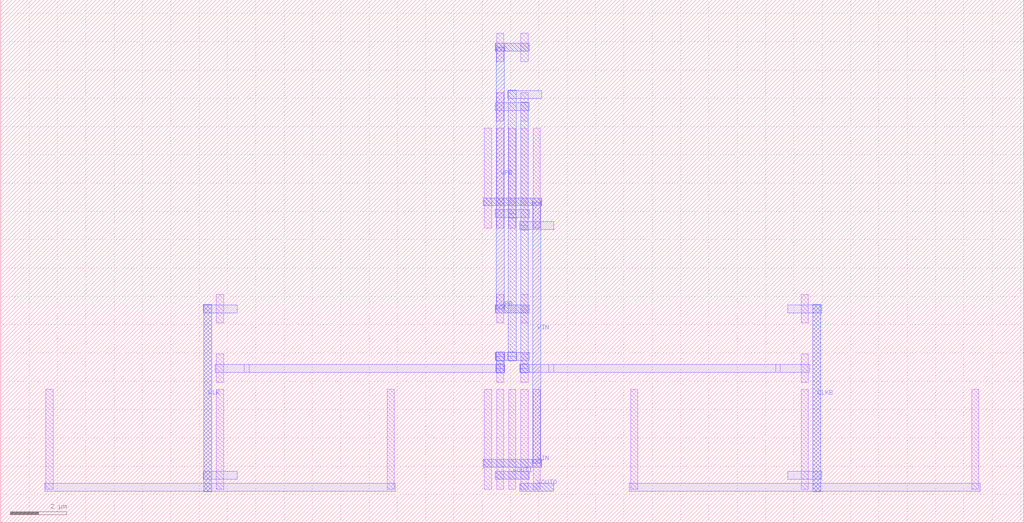
<source format=lef>
MACRO DCDC_XSW_PMOS
  ORIGIN 0 0 ;
  FOREIGN DCDC_XSW_PMOS 0 0 ;
  SIZE 36.12 BY 18.48 ;
  PIN VPB
    DIRECTION INOUT ;
    USE SIGNAL ;
    PORT 
      LAYER M2 ;
        RECT 17.46 16.66 18.66 16.94 ;
      LAYER M2 ;
        RECT 17.46 7.42 18.66 7.7 ;
      LAYER M2 ;
        RECT 17.47 16.66 17.79 16.94 ;
      LAYER M3 ;
        RECT 17.49 7.56 17.77 16.8 ;
      LAYER M2 ;
        RECT 17.47 7.42 17.79 7.7 ;
    END
  END VPB
  PIN VIN
    DIRECTION INOUT ;
    USE SIGNAL ;
    PORT 
      LAYER M2 ;
        RECT 17.03 11.2 19.09 11.48 ;
      LAYER M2 ;
        RECT 17.03 1.96 19.09 2.24 ;
      LAYER M2 ;
        RECT 18.76 11.2 19.08 11.48 ;
      LAYER M3 ;
        RECT 18.78 2.1 19.06 11.34 ;
      LAYER M2 ;
        RECT 18.76 1.96 19.08 2.24 ;
    END
  END VIN
  PIN VOUT0
    DIRECTION INOUT ;
    USE SIGNAL ;
    PORT 
      LAYER M2 ;
        RECT 18.32 1.12 19.52 1.4 ;
    END
  END VOUT0
  PIN VOUT1
    DIRECTION INOUT ;
    USE SIGNAL ;
    PORT 
      LAYER M2 ;
        RECT 17.46 1.54 18.66 1.82 ;
    END
  END VOUT1
  PIN CLKB
    DIRECTION INOUT ;
    USE SIGNAL ;
    PORT 
      LAYER M3 ;
        RECT 28.67 1.1 28.95 7.72 ;
    END
  END CLKB
  PIN CLK
    DIRECTION INOUT ;
    USE SIGNAL ;
    PORT 
      LAYER M3 ;
        RECT 7.17 1.1 7.45 7.72 ;
    END
  END CLK
  OBS 
  LAYER M3 ;
        RECT 18.35 10.34 18.63 14.86 ;
  LAYER M2 ;
        RECT 18.32 5.32 19.52 5.6 ;
  LAYER M2 ;
        RECT 27.35 5.32 28.55 5.6 ;
  LAYER M3 ;
        RECT 18.35 5.46 18.63 10.5 ;
  LAYER M2 ;
        RECT 18.33 5.32 18.65 5.6 ;
  LAYER M2 ;
        RECT 19.35 5.32 27.52 5.6 ;
  LAYER M2 ;
        RECT 18.33 5.32 18.65 5.6 ;
  LAYER M3 ;
        RECT 18.35 5.3 18.63 5.62 ;
  LAYER M2 ;
        RECT 18.33 5.32 18.65 5.6 ;
  LAYER M3 ;
        RECT 18.35 5.3 18.63 5.62 ;
  LAYER M2 ;
        RECT 18.33 5.32 18.65 5.6 ;
  LAYER M3 ;
        RECT 18.35 5.3 18.63 5.62 ;
  LAYER M2 ;
        RECT 18.33 5.32 18.65 5.6 ;
  LAYER M3 ;
        RECT 18.35 5.3 18.63 5.62 ;
  LAYER M3 ;
        RECT 17.92 10.76 18.2 15.28 ;
  LAYER M2 ;
        RECT 17.46 5.74 18.66 6.02 ;
  LAYER M2 ;
        RECT 7.57 5.32 8.77 5.6 ;
  LAYER M3 ;
        RECT 17.92 5.88 18.2 10.92 ;
  LAYER M2 ;
        RECT 17.9 5.74 18.22 6.02 ;
  LAYER M2 ;
        RECT 17.47 5.74 17.79 6.02 ;
  LAYER M3 ;
        RECT 17.49 5.46 17.77 5.88 ;
  LAYER M2 ;
        RECT 8.6 5.32 17.63 5.6 ;
  LAYER M2 ;
        RECT 17.9 5.74 18.22 6.02 ;
  LAYER M3 ;
        RECT 17.92 5.72 18.2 6.04 ;
  LAYER M2 ;
        RECT 17.9 5.74 18.22 6.02 ;
  LAYER M3 ;
        RECT 17.92 5.72 18.2 6.04 ;
  LAYER M2 ;
        RECT 17.9 5.74 18.22 6.02 ;
  LAYER M3 ;
        RECT 17.92 5.72 18.2 6.04 ;
  LAYER M2 ;
        RECT 17.47 5.74 17.79 6.02 ;
  LAYER M3 ;
        RECT 17.49 5.72 17.77 6.04 ;
  LAYER M2 ;
        RECT 17.47 5.32 17.79 5.6 ;
  LAYER M3 ;
        RECT 17.49 5.3 17.77 5.62 ;
  LAYER M2 ;
        RECT 17.9 5.74 18.22 6.02 ;
  LAYER M3 ;
        RECT 17.92 5.72 18.2 6.04 ;
  LAYER M2 ;
        RECT 17.47 5.74 17.79 6.02 ;
  LAYER M3 ;
        RECT 17.49 5.72 17.77 6.04 ;
  LAYER M2 ;
        RECT 17.47 5.32 17.79 5.6 ;
  LAYER M3 ;
        RECT 17.49 5.3 17.77 5.62 ;
  LAYER M1 ;
        RECT 18.365 10.415 18.615 13.945 ;
  LAYER M1 ;
        RECT 18.365 14.195 18.615 15.205 ;
  LAYER M1 ;
        RECT 18.365 16.295 18.615 17.305 ;
  LAYER M1 ;
        RECT 18.795 10.415 19.045 13.945 ;
  LAYER M1 ;
        RECT 17.935 10.415 18.185 13.945 ;
  LAYER M1 ;
        RECT 17.505 10.415 17.755 13.945 ;
  LAYER M1 ;
        RECT 17.505 14.195 17.755 15.205 ;
  LAYER M1 ;
        RECT 17.505 16.295 17.755 17.305 ;
  LAYER M1 ;
        RECT 17.075 10.415 17.325 13.945 ;
  LAYER M2 ;
        RECT 17.46 14.56 18.66 14.84 ;
  LAYER M2 ;
        RECT 18.32 10.36 19.52 10.64 ;
  LAYER M2 ;
        RECT 17.89 14.98 19.09 15.26 ;
  LAYER M2 ;
        RECT 17.46 10.78 18.66 11.06 ;
  LAYER M2 ;
        RECT 17.46 16.66 18.66 16.94 ;
  LAYER M3 ;
        RECT 18.35 10.34 18.63 14.86 ;
  LAYER M3 ;
        RECT 17.92 10.76 18.2 15.28 ;
  LAYER M2 ;
        RECT 17.03 11.2 19.09 11.48 ;
  LAYER M1 ;
        RECT 18.365 1.175 18.615 4.705 ;
  LAYER M1 ;
        RECT 18.365 4.955 18.615 5.965 ;
  LAYER M1 ;
        RECT 18.365 7.055 18.615 8.065 ;
  LAYER M1 ;
        RECT 18.795 1.175 19.045 4.705 ;
  LAYER M1 ;
        RECT 17.935 1.175 18.185 4.705 ;
  LAYER M1 ;
        RECT 17.505 1.175 17.755 4.705 ;
  LAYER M1 ;
        RECT 17.505 4.955 17.755 5.965 ;
  LAYER M1 ;
        RECT 17.505 7.055 17.755 8.065 ;
  LAYER M1 ;
        RECT 17.075 1.175 17.325 4.705 ;
  LAYER M2 ;
        RECT 17.46 7.42 18.66 7.7 ;
  LAYER M2 ;
        RECT 18.32 1.12 19.52 1.4 ;
  LAYER M2 ;
        RECT 17.46 1.54 18.66 1.82 ;
  LAYER M2 ;
        RECT 18.32 5.32 19.52 5.6 ;
  LAYER M2 ;
        RECT 17.46 5.74 18.66 6.02 ;
  LAYER M2 ;
        RECT 17.03 1.96 19.09 2.24 ;
  LAYER M1 ;
        RECT 28.255 1.175 28.505 4.705 ;
  LAYER M1 ;
        RECT 28.255 4.955 28.505 5.965 ;
  LAYER M1 ;
        RECT 28.255 7.055 28.505 8.065 ;
  LAYER M1 ;
        RECT 22.235 1.175 22.485 4.705 ;
  LAYER M1 ;
        RECT 34.275 1.175 34.525 4.705 ;
  LAYER M2 ;
        RECT 22.19 1.12 34.57 1.4 ;
  LAYER M2 ;
        RECT 27.78 7.42 28.98 7.7 ;
  LAYER M2 ;
        RECT 27.78 1.54 28.98 1.82 ;
  LAYER M2 ;
        RECT 27.35 5.32 28.55 5.6 ;
  LAYER M3 ;
        RECT 28.67 1.1 28.95 7.72 ;
  LAYER M1 ;
        RECT 7.615 1.175 7.865 4.705 ;
  LAYER M1 ;
        RECT 7.615 4.955 7.865 5.965 ;
  LAYER M1 ;
        RECT 7.615 7.055 7.865 8.065 ;
  LAYER M1 ;
        RECT 13.635 1.175 13.885 4.705 ;
  LAYER M1 ;
        RECT 1.595 1.175 1.845 4.705 ;
  LAYER M2 ;
        RECT 1.55 1.12 13.93 1.4 ;
  LAYER M2 ;
        RECT 7.14 7.42 8.34 7.7 ;
  LAYER M2 ;
        RECT 7.14 1.54 8.34 1.82 ;
  LAYER M2 ;
        RECT 7.57 5.32 8.77 5.6 ;
  LAYER M3 ;
        RECT 7.17 1.1 7.45 7.72 ;
  END 
END DCDC_XSW_PMOS

</source>
